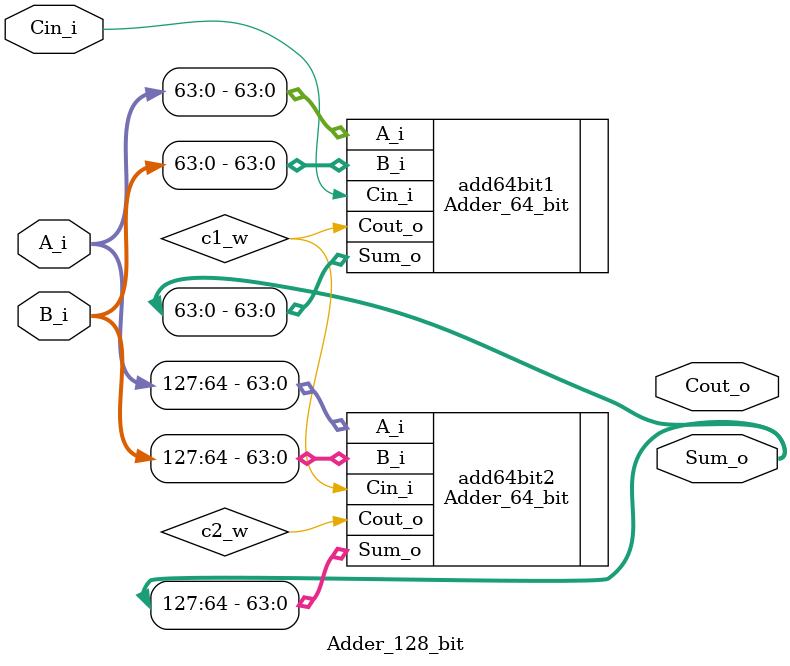
<source format=v>
`timescale 1ns/1ps

module Adder_128_bit(
    input wire [127:0] A_i,
    input wire [127:0] B_i,
    input wire Cin_i,
    output wire [127:0] Sum_o,
    output wire Cout_o
);
    wire c1_w, c2_w;

    Adder_64_bit add64bit1(
        .A_i(A_i[63:0]),
        .B_i(B_i[63:0]),
        .Cin_i(Cin_i),
        .Sum_o(Sum_o[63:0]),
        .Cout_o(c1_w)
    );

    Adder_64_bit add64bit2(
        .A_i(A_i[127:64]),
        .B_i(B_i[127:64]),
        .Cin_i(c1_w),
        .Sum_o(Sum_o[127:64]),
        .Cout_o(c2_w)
    );

endmodule
</source>
